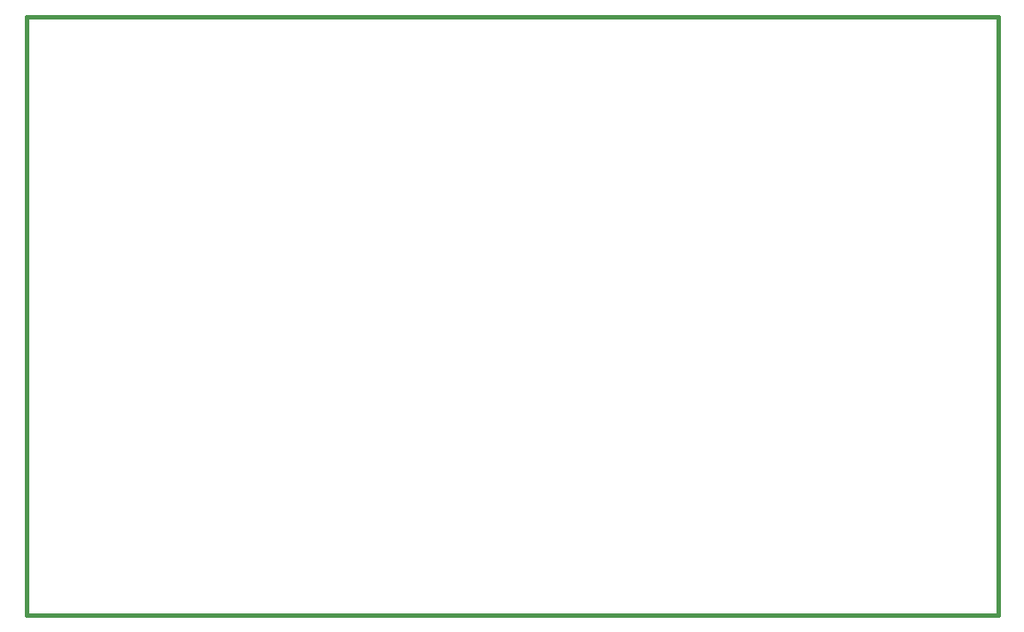
<source format=gm1>
G04 #@! TF.FileFunction,Profile,NP*
%FSLAX46Y46*%
G04 Gerber Fmt 4.6, Leading zero omitted, Abs format (unit mm)*
G04 Created by KiCad (PCBNEW 4.0.5) date 12/30/18 13:58:42*
%MOMM*%
%LPD*%
G01*
G04 APERTURE LIST*
%ADD10C,0.150000*%
%ADD11C,0.381000*%
G04 APERTURE END LIST*
D10*
D11*
X93980000Y59055000D02*
X1270000Y59055000D01*
X93980000Y1905000D02*
X93980000Y59055000D01*
X1270000Y1905000D02*
X93980000Y1905000D01*
X1270000Y59055000D02*
X1270000Y1905000D01*
M02*

</source>
